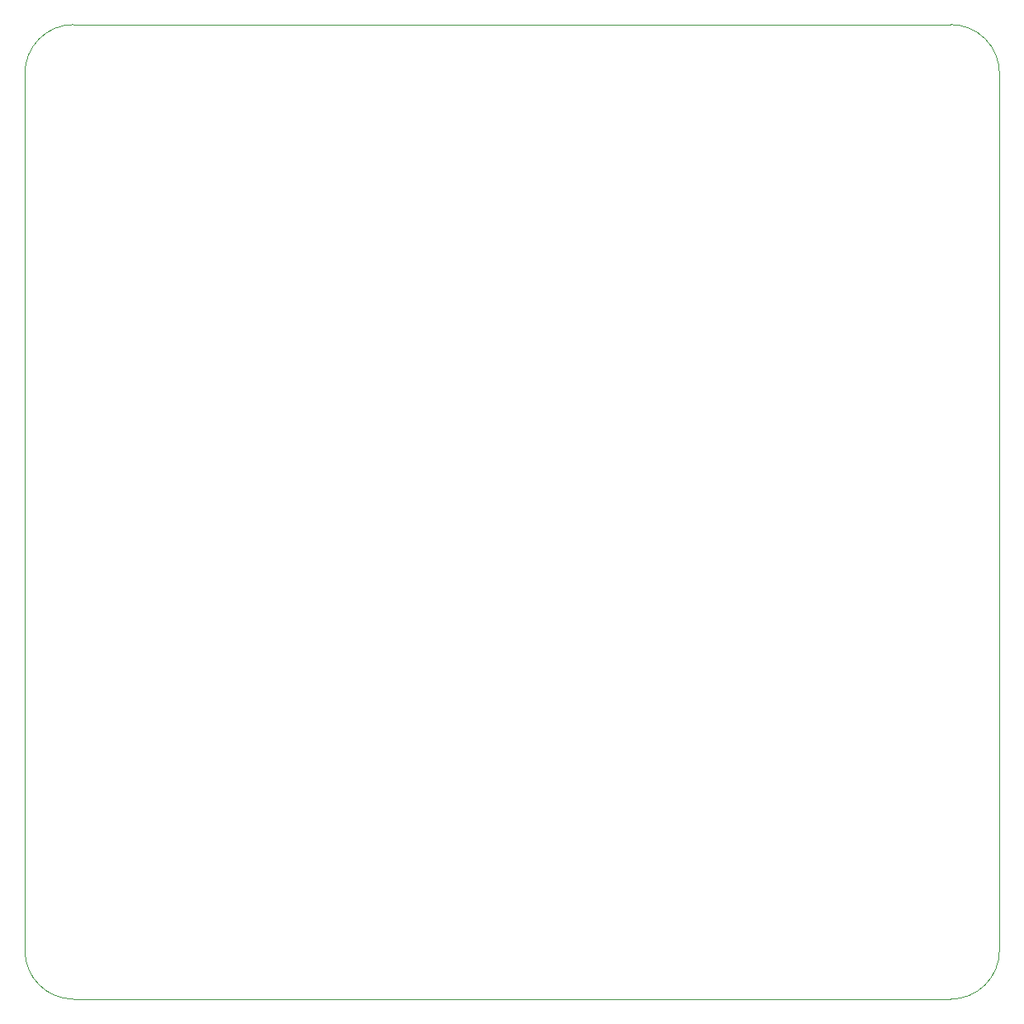
<source format=gbr>
%TF.GenerationSoftware,KiCad,Pcbnew,7.0.7*%
%TF.CreationDate,2025-03-05T16:43:26-06:00*%
%TF.ProjectId,LED-100,4c45442d-3130-4302-9e6b-696361645f70,rev?*%
%TF.SameCoordinates,Original*%
%TF.FileFunction,Profile,NP*%
%FSLAX46Y46*%
G04 Gerber Fmt 4.6, Leading zero omitted, Abs format (unit mm)*
G04 Created by KiCad (PCBNEW 7.0.7) date 2025-03-05 16:43:26*
%MOMM*%
%LPD*%
G01*
G04 APERTURE LIST*
%TA.AperFunction,Profile*%
%ADD10C,0.100000*%
%TD*%
G04 APERTURE END LIST*
D10*
X195000000Y-149999998D02*
G75*
G03*
X200000000Y-145000000I1J4999999D01*
G01*
X100000002Y-145000000D02*
G75*
G03*
X105000000Y-150000000I4999999J-1D01*
G01*
X105000000Y-50000002D02*
G75*
G03*
X100000000Y-55000000I-1J-4999999D01*
G01*
X199999998Y-55000000D02*
G75*
G03*
X195000000Y-50000000I-4999998J2D01*
G01*
X200000000Y-55000000D02*
X200000000Y-145000000D01*
X105000000Y-150000000D02*
X195000000Y-150000000D01*
X100000000Y-55000000D02*
X100000000Y-145000000D01*
X105000000Y-50000000D02*
X195000000Y-50000000D01*
M02*

</source>
